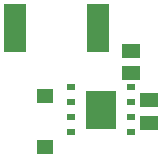
<source format=gbr>
G04 EAGLE Gerber X2 export*
%TF.Part,Single*%
%TF.FileFunction,Paste,Bot*%
%TF.FilePolarity,Positive*%
%TF.GenerationSoftware,Autodesk,EAGLE,8.6.3*%
%TF.CreationDate,2018-02-24T21:50:36Z*%
G75*
%MOMM*%
%FSLAX34Y34*%
%LPD*%
%AMOC8*
5,1,8,0,0,1.08239X$1,22.5*%
G01*
%ADD10R,1.500000X1.300000*%
%ADD11R,1.470000X1.270000*%
%ADD12R,2.540000X3.302000*%
%ADD13R,0.762000X0.508000*%
%ADD14R,1.910000X4.060000*%


D10*
X27132Y20116D03*
X27132Y39116D03*
D11*
X-45530Y828D03*
X-45530Y-42172D03*
D10*
X42572Y-21924D03*
X42572Y-2924D03*
D12*
X1900Y-10900D03*
D13*
X27300Y-4550D03*
X27300Y-17250D03*
X27300Y8150D03*
X27300Y-29950D03*
X-23500Y-29950D03*
X-23500Y-17250D03*
X-23500Y-4550D03*
X-23500Y8150D03*
D14*
X-1100Y58757D03*
X-70900Y58757D03*
M02*

</source>
